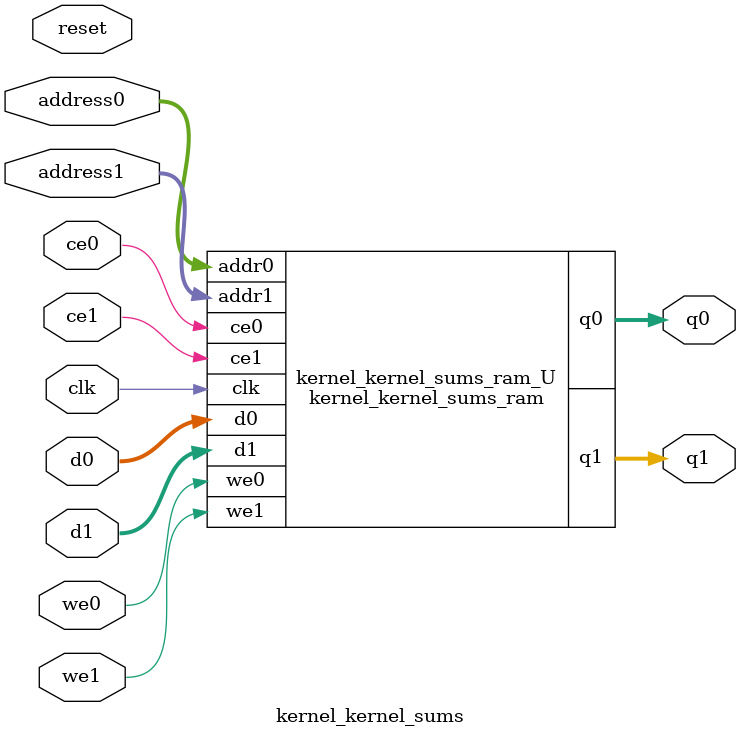
<source format=v>
`timescale 1 ns / 1 ps
module kernel_kernel_sums_ram (addr0, ce0, d0, we0, q0, addr1, ce1, d1, we1, q1,  clk);

parameter DWIDTH = 16;
parameter AWIDTH = 2;
parameter MEM_SIZE = 3;

input[AWIDTH-1:0] addr0;
input ce0;
input[DWIDTH-1:0] d0;
input we0;
output reg[DWIDTH-1:0] q0;
input[AWIDTH-1:0] addr1;
input ce1;
input[DWIDTH-1:0] d1;
input we1;
output reg[DWIDTH-1:0] q1;
input clk;

(* ram_style = "block" *)reg [DWIDTH-1:0] ram[0:MEM_SIZE-1];




always @(posedge clk)  
begin 
    if (ce0) begin
        if (we0) 
            ram[addr0] <= d0; 
        q0 <= ram[addr0];
    end
end


always @(posedge clk)  
begin 
    if (ce1) begin
        if (we1) 
            ram[addr1] <= d1; 
        q1 <= ram[addr1];
    end
end


endmodule

`timescale 1 ns / 1 ps
module kernel_kernel_sums(
    reset,
    clk,
    address0,
    ce0,
    we0,
    d0,
    q0,
    address1,
    ce1,
    we1,
    d1,
    q1);

parameter DataWidth = 32'd16;
parameter AddressRange = 32'd3;
parameter AddressWidth = 32'd2;
input reset;
input clk;
input[AddressWidth - 1:0] address0;
input ce0;
input we0;
input[DataWidth - 1:0] d0;
output[DataWidth - 1:0] q0;
input[AddressWidth - 1:0] address1;
input ce1;
input we1;
input[DataWidth - 1:0] d1;
output[DataWidth - 1:0] q1;



kernel_kernel_sums_ram kernel_kernel_sums_ram_U(
    .clk( clk ),
    .addr0( address0 ),
    .ce0( ce0 ),
    .we0( we0 ),
    .d0( d0 ),
    .q0( q0 ),
    .addr1( address1 ),
    .ce1( ce1 ),
    .we1( we1 ),
    .d1( d1 ),
    .q1( q1 ));

endmodule


</source>
